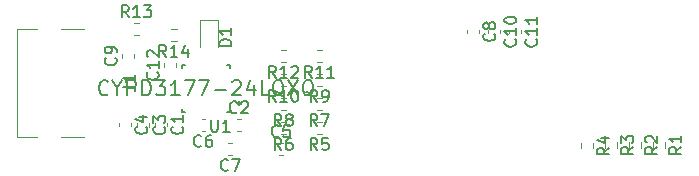
<source format=gto>
%TF.GenerationSoftware,KiCad,Pcbnew,6.0.0*%
%TF.CreationDate,2021-12-30T08:36:24-05:00*%
%TF.ProjectId,usb_pd_sink_fixed,7573625f-7064-45f7-9369-6e6b5f666978,rev?*%
%TF.SameCoordinates,Original*%
%TF.FileFunction,Legend,Top*%
%TF.FilePolarity,Positive*%
%FSLAX46Y46*%
G04 Gerber Fmt 4.6, Leading zero omitted, Abs format (unit mm)*
G04 Created by KiCad (PCBNEW 6.0.0) date 2021-12-30 08:36:24*
%MOMM*%
%LPD*%
G01*
G04 APERTURE LIST*
%ADD10C,0.150000*%
%ADD11C,0.120000*%
%ADD12C,0.250000*%
G04 APERTURE END LIST*
D10*
%TO.C,J1*%
X58507380Y-79073333D02*
X59221666Y-79073333D01*
X59364523Y-79120952D01*
X59459761Y-79216190D01*
X59507380Y-79359047D01*
X59507380Y-79454285D01*
X59507380Y-78073333D02*
X59507380Y-78644761D01*
X59507380Y-78359047D02*
X58507380Y-78359047D01*
X58650238Y-78454285D01*
X58745476Y-78549523D01*
X58793095Y-78644761D01*
%TO.C,R13*%
X58984142Y-73190380D02*
X58650809Y-72714190D01*
X58412714Y-73190380D02*
X58412714Y-72190380D01*
X58793666Y-72190380D01*
X58888904Y-72238000D01*
X58936523Y-72285619D01*
X58984142Y-72380857D01*
X58984142Y-72523714D01*
X58936523Y-72618952D01*
X58888904Y-72666571D01*
X58793666Y-72714190D01*
X58412714Y-72714190D01*
X59936523Y-73190380D02*
X59365095Y-73190380D01*
X59650809Y-73190380D02*
X59650809Y-72190380D01*
X59555571Y-72333238D01*
X59460333Y-72428476D01*
X59365095Y-72476095D01*
X60269857Y-72190380D02*
X60888904Y-72190380D01*
X60555571Y-72571333D01*
X60698428Y-72571333D01*
X60793666Y-72618952D01*
X60841285Y-72666571D01*
X60888904Y-72761809D01*
X60888904Y-72999904D01*
X60841285Y-73095142D01*
X60793666Y-73142761D01*
X60698428Y-73190380D01*
X60412714Y-73190380D01*
X60317476Y-73142761D01*
X60269857Y-73095142D01*
%TO.C,R5*%
X74954333Y-84432380D02*
X74621000Y-83956190D01*
X74382904Y-84432380D02*
X74382904Y-83432380D01*
X74763857Y-83432380D01*
X74859095Y-83480000D01*
X74906714Y-83527619D01*
X74954333Y-83622857D01*
X74954333Y-83765714D01*
X74906714Y-83860952D01*
X74859095Y-83908571D01*
X74763857Y-83956190D01*
X74382904Y-83956190D01*
X75859095Y-83432380D02*
X75382904Y-83432380D01*
X75335285Y-83908571D01*
X75382904Y-83860952D01*
X75478142Y-83813333D01*
X75716238Y-83813333D01*
X75811476Y-83860952D01*
X75859095Y-83908571D01*
X75906714Y-84003809D01*
X75906714Y-84241904D01*
X75859095Y-84337142D01*
X75811476Y-84384761D01*
X75716238Y-84432380D01*
X75478142Y-84432380D01*
X75382904Y-84384761D01*
X75335285Y-84337142D01*
%TO.C,R12*%
X71430142Y-78336380D02*
X71096809Y-77860190D01*
X70858714Y-78336380D02*
X70858714Y-77336380D01*
X71239666Y-77336380D01*
X71334904Y-77384000D01*
X71382523Y-77431619D01*
X71430142Y-77526857D01*
X71430142Y-77669714D01*
X71382523Y-77764952D01*
X71334904Y-77812571D01*
X71239666Y-77860190D01*
X70858714Y-77860190D01*
X72382523Y-78336380D02*
X71811095Y-78336380D01*
X72096809Y-78336380D02*
X72096809Y-77336380D01*
X72001571Y-77479238D01*
X71906333Y-77574476D01*
X71811095Y-77622095D01*
X72763476Y-77431619D02*
X72811095Y-77384000D01*
X72906333Y-77336380D01*
X73144428Y-77336380D01*
X73239666Y-77384000D01*
X73287285Y-77431619D01*
X73334904Y-77526857D01*
X73334904Y-77622095D01*
X73287285Y-77764952D01*
X72715857Y-78336380D01*
X73334904Y-78336380D01*
%TO.C,R1*%
X105768380Y-84177666D02*
X105292190Y-84511000D01*
X105768380Y-84749095D02*
X104768380Y-84749095D01*
X104768380Y-84368142D01*
X104816000Y-84272904D01*
X104863619Y-84225285D01*
X104958857Y-84177666D01*
X105101714Y-84177666D01*
X105196952Y-84225285D01*
X105244571Y-84272904D01*
X105292190Y-84368142D01*
X105292190Y-84749095D01*
X105768380Y-83225285D02*
X105768380Y-83796714D01*
X105768380Y-83511000D02*
X104768380Y-83511000D01*
X104911238Y-83606238D01*
X105006476Y-83701476D01*
X105054095Y-83796714D01*
%TO.C,C6*%
X65124333Y-84083142D02*
X65076714Y-84130761D01*
X64933857Y-84178380D01*
X64838619Y-84178380D01*
X64695761Y-84130761D01*
X64600523Y-84035523D01*
X64552904Y-83940285D01*
X64505285Y-83749809D01*
X64505285Y-83606952D01*
X64552904Y-83416476D01*
X64600523Y-83321238D01*
X64695761Y-83226000D01*
X64838619Y-83178380D01*
X64933857Y-83178380D01*
X65076714Y-83226000D01*
X65124333Y-83273619D01*
X65981476Y-83178380D02*
X65791000Y-83178380D01*
X65695761Y-83226000D01*
X65648142Y-83273619D01*
X65552904Y-83416476D01*
X65505285Y-83606952D01*
X65505285Y-83987904D01*
X65552904Y-84083142D01*
X65600523Y-84130761D01*
X65695761Y-84178380D01*
X65886238Y-84178380D01*
X65981476Y-84130761D01*
X66029095Y-84083142D01*
X66076714Y-83987904D01*
X66076714Y-83749809D01*
X66029095Y-83654571D01*
X65981476Y-83606952D01*
X65886238Y-83559333D01*
X65695761Y-83559333D01*
X65600523Y-83606952D01*
X65552904Y-83654571D01*
X65505285Y-83749809D01*
%TO.C,C10*%
X91703142Y-75064857D02*
X91750761Y-75112476D01*
X91798380Y-75255333D01*
X91798380Y-75350571D01*
X91750761Y-75493428D01*
X91655523Y-75588666D01*
X91560285Y-75636285D01*
X91369809Y-75683904D01*
X91226952Y-75683904D01*
X91036476Y-75636285D01*
X90941238Y-75588666D01*
X90846000Y-75493428D01*
X90798380Y-75350571D01*
X90798380Y-75255333D01*
X90846000Y-75112476D01*
X90893619Y-75064857D01*
X91798380Y-74112476D02*
X91798380Y-74683904D01*
X91798380Y-74398190D02*
X90798380Y-74398190D01*
X90941238Y-74493428D01*
X91036476Y-74588666D01*
X91084095Y-74683904D01*
X90798380Y-73493428D02*
X90798380Y-73398190D01*
X90846000Y-73302952D01*
X90893619Y-73255333D01*
X90988857Y-73207714D01*
X91179333Y-73160095D01*
X91417428Y-73160095D01*
X91607904Y-73207714D01*
X91703142Y-73255333D01*
X91750761Y-73302952D01*
X91798380Y-73398190D01*
X91798380Y-73493428D01*
X91750761Y-73588666D01*
X91703142Y-73636285D01*
X91607904Y-73683904D01*
X91417428Y-73731523D01*
X91179333Y-73731523D01*
X90988857Y-73683904D01*
X90893619Y-73636285D01*
X90846000Y-73588666D01*
X90798380Y-73493428D01*
%TO.C,R10*%
X71430142Y-80368380D02*
X71096809Y-79892190D01*
X70858714Y-80368380D02*
X70858714Y-79368380D01*
X71239666Y-79368380D01*
X71334904Y-79416000D01*
X71382523Y-79463619D01*
X71430142Y-79558857D01*
X71430142Y-79701714D01*
X71382523Y-79796952D01*
X71334904Y-79844571D01*
X71239666Y-79892190D01*
X70858714Y-79892190D01*
X72382523Y-80368380D02*
X71811095Y-80368380D01*
X72096809Y-80368380D02*
X72096809Y-79368380D01*
X72001571Y-79511238D01*
X71906333Y-79606476D01*
X71811095Y-79654095D01*
X73001571Y-79368380D02*
X73096809Y-79368380D01*
X73192047Y-79416000D01*
X73239666Y-79463619D01*
X73287285Y-79558857D01*
X73334904Y-79749333D01*
X73334904Y-79987428D01*
X73287285Y-80177904D01*
X73239666Y-80273142D01*
X73192047Y-80320761D01*
X73096809Y-80368380D01*
X73001571Y-80368380D01*
X72906333Y-80320761D01*
X72858714Y-80273142D01*
X72811095Y-80177904D01*
X72763476Y-79987428D01*
X72763476Y-79749333D01*
X72811095Y-79558857D01*
X72858714Y-79463619D01*
X72906333Y-79416000D01*
X73001571Y-79368380D01*
%TO.C,D1*%
X67668380Y-75642595D02*
X66668380Y-75642595D01*
X66668380Y-75404500D01*
X66716000Y-75261642D01*
X66811238Y-75166404D01*
X66906476Y-75118785D01*
X67096952Y-75071166D01*
X67239809Y-75071166D01*
X67430285Y-75118785D01*
X67525523Y-75166404D01*
X67620761Y-75261642D01*
X67668380Y-75404500D01*
X67668380Y-75642595D01*
X67668380Y-74118785D02*
X67668380Y-74690214D01*
X67668380Y-74404500D02*
X66668380Y-74404500D01*
X66811238Y-74499738D01*
X66906476Y-74594976D01*
X66954095Y-74690214D01*
%TO.C,C8*%
X89925142Y-74588666D02*
X89972761Y-74636285D01*
X90020380Y-74779142D01*
X90020380Y-74874380D01*
X89972761Y-75017238D01*
X89877523Y-75112476D01*
X89782285Y-75160095D01*
X89591809Y-75207714D01*
X89448952Y-75207714D01*
X89258476Y-75160095D01*
X89163238Y-75112476D01*
X89068000Y-75017238D01*
X89020380Y-74874380D01*
X89020380Y-74779142D01*
X89068000Y-74636285D01*
X89115619Y-74588666D01*
X89448952Y-74017238D02*
X89401333Y-74112476D01*
X89353714Y-74160095D01*
X89258476Y-74207714D01*
X89210857Y-74207714D01*
X89115619Y-74160095D01*
X89068000Y-74112476D01*
X89020380Y-74017238D01*
X89020380Y-73826761D01*
X89068000Y-73731523D01*
X89115619Y-73683904D01*
X89210857Y-73636285D01*
X89258476Y-73636285D01*
X89353714Y-73683904D01*
X89401333Y-73731523D01*
X89448952Y-73826761D01*
X89448952Y-74017238D01*
X89496571Y-74112476D01*
X89544190Y-74160095D01*
X89639428Y-74207714D01*
X89829904Y-74207714D01*
X89925142Y-74160095D01*
X89972761Y-74112476D01*
X90020380Y-74017238D01*
X90020380Y-73826761D01*
X89972761Y-73731523D01*
X89925142Y-73683904D01*
X89829904Y-73636285D01*
X89639428Y-73636285D01*
X89544190Y-73683904D01*
X89496571Y-73731523D01*
X89448952Y-73826761D01*
%TO.C,C4*%
X60461142Y-82462666D02*
X60508761Y-82510285D01*
X60556380Y-82653142D01*
X60556380Y-82748380D01*
X60508761Y-82891238D01*
X60413523Y-82986476D01*
X60318285Y-83034095D01*
X60127809Y-83081714D01*
X59984952Y-83081714D01*
X59794476Y-83034095D01*
X59699238Y-82986476D01*
X59604000Y-82891238D01*
X59556380Y-82748380D01*
X59556380Y-82653142D01*
X59604000Y-82510285D01*
X59651619Y-82462666D01*
X59889714Y-81605523D02*
X60556380Y-81605523D01*
X59508761Y-81843619D02*
X60223047Y-82081714D01*
X60223047Y-81462666D01*
%TO.C,R4*%
X99672380Y-84240666D02*
X99196190Y-84574000D01*
X99672380Y-84812095D02*
X98672380Y-84812095D01*
X98672380Y-84431142D01*
X98720000Y-84335904D01*
X98767619Y-84288285D01*
X98862857Y-84240666D01*
X99005714Y-84240666D01*
X99100952Y-84288285D01*
X99148571Y-84335904D01*
X99196190Y-84431142D01*
X99196190Y-84812095D01*
X99005714Y-83383523D02*
X99672380Y-83383523D01*
X98624761Y-83621619D02*
X99339047Y-83859714D01*
X99339047Y-83240666D01*
%TO.C,U1*%
X65953660Y-81881445D02*
X65953660Y-82690969D01*
X66001279Y-82786207D01*
X66048898Y-82833826D01*
X66144136Y-82881445D01*
X66334612Y-82881445D01*
X66429850Y-82833826D01*
X66477469Y-82786207D01*
X66525088Y-82690969D01*
X66525088Y-81881445D01*
X67525088Y-82881445D02*
X66953660Y-82881445D01*
X67239374Y-82881445D02*
X67239374Y-81881445D01*
X67144136Y-82024303D01*
X67048898Y-82119541D01*
X66953660Y-82167160D01*
X57246761Y-79701571D02*
X57186285Y-79762047D01*
X57004857Y-79822523D01*
X56883904Y-79822523D01*
X56702476Y-79762047D01*
X56581523Y-79641095D01*
X56521047Y-79520142D01*
X56460571Y-79278238D01*
X56460571Y-79096809D01*
X56521047Y-78854904D01*
X56581523Y-78733952D01*
X56702476Y-78613000D01*
X56883904Y-78552523D01*
X57004857Y-78552523D01*
X57186285Y-78613000D01*
X57246761Y-78673476D01*
X58032952Y-79217761D02*
X58032952Y-79822523D01*
X57609619Y-78552523D02*
X58032952Y-79217761D01*
X58456285Y-78552523D01*
X58879619Y-79822523D02*
X58879619Y-78552523D01*
X59363428Y-78552523D01*
X59484380Y-78613000D01*
X59544857Y-78673476D01*
X59605333Y-78794428D01*
X59605333Y-78975857D01*
X59544857Y-79096809D01*
X59484380Y-79157285D01*
X59363428Y-79217761D01*
X58879619Y-79217761D01*
X60149619Y-79822523D02*
X60149619Y-78552523D01*
X60452000Y-78552523D01*
X60633428Y-78613000D01*
X60754380Y-78733952D01*
X60814857Y-78854904D01*
X60875333Y-79096809D01*
X60875333Y-79278238D01*
X60814857Y-79520142D01*
X60754380Y-79641095D01*
X60633428Y-79762047D01*
X60452000Y-79822523D01*
X60149619Y-79822523D01*
X61298666Y-78552523D02*
X62084857Y-78552523D01*
X61661523Y-79036333D01*
X61842952Y-79036333D01*
X61963904Y-79096809D01*
X62024380Y-79157285D01*
X62084857Y-79278238D01*
X62084857Y-79580619D01*
X62024380Y-79701571D01*
X61963904Y-79762047D01*
X61842952Y-79822523D01*
X61480095Y-79822523D01*
X61359142Y-79762047D01*
X61298666Y-79701571D01*
X63294380Y-79822523D02*
X62568666Y-79822523D01*
X62931523Y-79822523D02*
X62931523Y-78552523D01*
X62810571Y-78733952D01*
X62689619Y-78854904D01*
X62568666Y-78915380D01*
X63717714Y-78552523D02*
X64564380Y-78552523D01*
X64020095Y-79822523D01*
X64927238Y-78552523D02*
X65773904Y-78552523D01*
X65229619Y-79822523D01*
X66257714Y-79338714D02*
X67225333Y-79338714D01*
X67769619Y-78673476D02*
X67830095Y-78613000D01*
X67951047Y-78552523D01*
X68253428Y-78552523D01*
X68374380Y-78613000D01*
X68434857Y-78673476D01*
X68495333Y-78794428D01*
X68495333Y-78915380D01*
X68434857Y-79096809D01*
X67709142Y-79822523D01*
X68495333Y-79822523D01*
X69583904Y-78975857D02*
X69583904Y-79822523D01*
X69281523Y-78492047D02*
X68979142Y-79399190D01*
X69765333Y-79399190D01*
X70853904Y-79822523D02*
X70249142Y-79822523D01*
X70249142Y-78552523D01*
X72123904Y-79943476D02*
X72002952Y-79883000D01*
X71882000Y-79762047D01*
X71700571Y-79580619D01*
X71579619Y-79520142D01*
X71458666Y-79520142D01*
X71519142Y-79822523D02*
X71398190Y-79762047D01*
X71277238Y-79641095D01*
X71216761Y-79399190D01*
X71216761Y-78975857D01*
X71277238Y-78733952D01*
X71398190Y-78613000D01*
X71519142Y-78552523D01*
X71761047Y-78552523D01*
X71882000Y-78613000D01*
X72002952Y-78733952D01*
X72063428Y-78975857D01*
X72063428Y-79399190D01*
X72002952Y-79641095D01*
X71882000Y-79762047D01*
X71761047Y-79822523D01*
X71519142Y-79822523D01*
X72486761Y-78552523D02*
X73333428Y-79822523D01*
X73333428Y-78552523D02*
X72486761Y-79822523D01*
X74663904Y-79943476D02*
X74542952Y-79883000D01*
X74422000Y-79762047D01*
X74240571Y-79580619D01*
X74119619Y-79520142D01*
X73998666Y-79520142D01*
X74059142Y-79822523D02*
X73938190Y-79762047D01*
X73817238Y-79641095D01*
X73756761Y-79399190D01*
X73756761Y-78975857D01*
X73817238Y-78733952D01*
X73938190Y-78613000D01*
X74059142Y-78552523D01*
X74301047Y-78552523D01*
X74422000Y-78613000D01*
X74542952Y-78733952D01*
X74603428Y-78975857D01*
X74603428Y-79399190D01*
X74542952Y-79641095D01*
X74422000Y-79762047D01*
X74301047Y-79822523D01*
X74059142Y-79822523D01*
%TO.C,C11*%
X93481142Y-75064857D02*
X93528761Y-75112476D01*
X93576380Y-75255333D01*
X93576380Y-75350571D01*
X93528761Y-75493428D01*
X93433523Y-75588666D01*
X93338285Y-75636285D01*
X93147809Y-75683904D01*
X93004952Y-75683904D01*
X92814476Y-75636285D01*
X92719238Y-75588666D01*
X92624000Y-75493428D01*
X92576380Y-75350571D01*
X92576380Y-75255333D01*
X92624000Y-75112476D01*
X92671619Y-75064857D01*
X93576380Y-74112476D02*
X93576380Y-74683904D01*
X93576380Y-74398190D02*
X92576380Y-74398190D01*
X92719238Y-74493428D01*
X92814476Y-74588666D01*
X92862095Y-74683904D01*
X93576380Y-73160095D02*
X93576380Y-73731523D01*
X93576380Y-73445809D02*
X92576380Y-73445809D01*
X92719238Y-73541047D01*
X92814476Y-73636285D01*
X92862095Y-73731523D01*
%TO.C,R11*%
X74478142Y-78336380D02*
X74144809Y-77860190D01*
X73906714Y-78336380D02*
X73906714Y-77336380D01*
X74287666Y-77336380D01*
X74382904Y-77384000D01*
X74430523Y-77431619D01*
X74478142Y-77526857D01*
X74478142Y-77669714D01*
X74430523Y-77764952D01*
X74382904Y-77812571D01*
X74287666Y-77860190D01*
X73906714Y-77860190D01*
X75430523Y-78336380D02*
X74859095Y-78336380D01*
X75144809Y-78336380D02*
X75144809Y-77336380D01*
X75049571Y-77479238D01*
X74954333Y-77574476D01*
X74859095Y-77622095D01*
X76382904Y-78336380D02*
X75811476Y-78336380D01*
X76097190Y-78336380D02*
X76097190Y-77336380D01*
X76001952Y-77479238D01*
X75906714Y-77574476D01*
X75811476Y-77622095D01*
%TO.C,R9*%
X74954333Y-80368380D02*
X74621000Y-79892190D01*
X74382904Y-80368380D02*
X74382904Y-79368380D01*
X74763857Y-79368380D01*
X74859095Y-79416000D01*
X74906714Y-79463619D01*
X74954333Y-79558857D01*
X74954333Y-79701714D01*
X74906714Y-79796952D01*
X74859095Y-79844571D01*
X74763857Y-79892190D01*
X74382904Y-79892190D01*
X75430523Y-80368380D02*
X75621000Y-80368380D01*
X75716238Y-80320761D01*
X75763857Y-80273142D01*
X75859095Y-80130285D01*
X75906714Y-79939809D01*
X75906714Y-79558857D01*
X75859095Y-79463619D01*
X75811476Y-79416000D01*
X75716238Y-79368380D01*
X75525761Y-79368380D01*
X75430523Y-79416000D01*
X75382904Y-79463619D01*
X75335285Y-79558857D01*
X75335285Y-79796952D01*
X75382904Y-79892190D01*
X75430523Y-79939809D01*
X75525761Y-79987428D01*
X75716238Y-79987428D01*
X75811476Y-79939809D01*
X75859095Y-79892190D01*
X75906714Y-79796952D01*
%TO.C,C7*%
X67384333Y-86115142D02*
X67336714Y-86162761D01*
X67193857Y-86210380D01*
X67098619Y-86210380D01*
X66955761Y-86162761D01*
X66860523Y-86067523D01*
X66812904Y-85972285D01*
X66765285Y-85781809D01*
X66765285Y-85638952D01*
X66812904Y-85448476D01*
X66860523Y-85353238D01*
X66955761Y-85258000D01*
X67098619Y-85210380D01*
X67193857Y-85210380D01*
X67336714Y-85258000D01*
X67384333Y-85305619D01*
X67717666Y-85210380D02*
X68384333Y-85210380D01*
X67955761Y-86210380D01*
%TO.C,R14*%
X62158142Y-76558380D02*
X61824809Y-76082190D01*
X61586714Y-76558380D02*
X61586714Y-75558380D01*
X61967666Y-75558380D01*
X62062904Y-75606000D01*
X62110523Y-75653619D01*
X62158142Y-75748857D01*
X62158142Y-75891714D01*
X62110523Y-75986952D01*
X62062904Y-76034571D01*
X61967666Y-76082190D01*
X61586714Y-76082190D01*
X63110523Y-76558380D02*
X62539095Y-76558380D01*
X62824809Y-76558380D02*
X62824809Y-75558380D01*
X62729571Y-75701238D01*
X62634333Y-75796476D01*
X62539095Y-75844095D01*
X63967666Y-75891714D02*
X63967666Y-76558380D01*
X63729571Y-75510761D02*
X63491476Y-76225047D01*
X64110523Y-76225047D01*
%TO.C,R7*%
X74954333Y-82400380D02*
X74621000Y-81924190D01*
X74382904Y-82400380D02*
X74382904Y-81400380D01*
X74763857Y-81400380D01*
X74859095Y-81448000D01*
X74906714Y-81495619D01*
X74954333Y-81590857D01*
X74954333Y-81733714D01*
X74906714Y-81828952D01*
X74859095Y-81876571D01*
X74763857Y-81924190D01*
X74382904Y-81924190D01*
X75287666Y-81400380D02*
X75954333Y-81400380D01*
X75525761Y-82400380D01*
%TO.C,R8*%
X71906333Y-82400380D02*
X71573000Y-81924190D01*
X71334904Y-82400380D02*
X71334904Y-81400380D01*
X71715857Y-81400380D01*
X71811095Y-81448000D01*
X71858714Y-81495619D01*
X71906333Y-81590857D01*
X71906333Y-81733714D01*
X71858714Y-81828952D01*
X71811095Y-81876571D01*
X71715857Y-81924190D01*
X71334904Y-81924190D01*
X72477761Y-81828952D02*
X72382523Y-81781333D01*
X72334904Y-81733714D01*
X72287285Y-81638476D01*
X72287285Y-81590857D01*
X72334904Y-81495619D01*
X72382523Y-81448000D01*
X72477761Y-81400380D01*
X72668238Y-81400380D01*
X72763476Y-81448000D01*
X72811095Y-81495619D01*
X72858714Y-81590857D01*
X72858714Y-81638476D01*
X72811095Y-81733714D01*
X72763476Y-81781333D01*
X72668238Y-81828952D01*
X72477761Y-81828952D01*
X72382523Y-81876571D01*
X72334904Y-81924190D01*
X72287285Y-82019428D01*
X72287285Y-82209904D01*
X72334904Y-82305142D01*
X72382523Y-82352761D01*
X72477761Y-82400380D01*
X72668238Y-82400380D01*
X72763476Y-82352761D01*
X72811095Y-82305142D01*
X72858714Y-82209904D01*
X72858714Y-82019428D01*
X72811095Y-81924190D01*
X72763476Y-81876571D01*
X72668238Y-81828952D01*
%TO.C,C2*%
X68146333Y-81223142D02*
X68098714Y-81270761D01*
X67955857Y-81318380D01*
X67860619Y-81318380D01*
X67717761Y-81270761D01*
X67622523Y-81175523D01*
X67574904Y-81080285D01*
X67527285Y-80889809D01*
X67527285Y-80746952D01*
X67574904Y-80556476D01*
X67622523Y-80461238D01*
X67717761Y-80366000D01*
X67860619Y-80318380D01*
X67955857Y-80318380D01*
X68098714Y-80366000D01*
X68146333Y-80413619D01*
X68527285Y-80413619D02*
X68574904Y-80366000D01*
X68670142Y-80318380D01*
X68908238Y-80318380D01*
X69003476Y-80366000D01*
X69051095Y-80413619D01*
X69098714Y-80508857D01*
X69098714Y-80604095D01*
X69051095Y-80746952D01*
X68479666Y-81318380D01*
X69098714Y-81318380D01*
%TO.C,R2*%
X103736380Y-84177666D02*
X103260190Y-84511000D01*
X103736380Y-84749095D02*
X102736380Y-84749095D01*
X102736380Y-84368142D01*
X102784000Y-84272904D01*
X102831619Y-84225285D01*
X102926857Y-84177666D01*
X103069714Y-84177666D01*
X103164952Y-84225285D01*
X103212571Y-84272904D01*
X103260190Y-84368142D01*
X103260190Y-84749095D01*
X102831619Y-83796714D02*
X102784000Y-83749095D01*
X102736380Y-83653857D01*
X102736380Y-83415761D01*
X102784000Y-83320523D01*
X102831619Y-83272904D01*
X102926857Y-83225285D01*
X103022095Y-83225285D01*
X103164952Y-83272904D01*
X103736380Y-83844333D01*
X103736380Y-83225285D01*
%TO.C,C3*%
X61985142Y-82475666D02*
X62032761Y-82523285D01*
X62080380Y-82666142D01*
X62080380Y-82761380D01*
X62032761Y-82904238D01*
X61937523Y-82999476D01*
X61842285Y-83047095D01*
X61651809Y-83094714D01*
X61508952Y-83094714D01*
X61318476Y-83047095D01*
X61223238Y-82999476D01*
X61128000Y-82904238D01*
X61080380Y-82761380D01*
X61080380Y-82666142D01*
X61128000Y-82523285D01*
X61175619Y-82475666D01*
X61080380Y-82142333D02*
X61080380Y-81523285D01*
X61461333Y-81856619D01*
X61461333Y-81713761D01*
X61508952Y-81618523D01*
X61556571Y-81570904D01*
X61651809Y-81523285D01*
X61889904Y-81523285D01*
X61985142Y-81570904D01*
X62032761Y-81618523D01*
X62080380Y-81713761D01*
X62080380Y-81999476D01*
X62032761Y-82094714D01*
X61985142Y-82142333D01*
%TO.C,C12*%
X61411142Y-77871857D02*
X61458761Y-77919476D01*
X61506380Y-78062333D01*
X61506380Y-78157571D01*
X61458761Y-78300428D01*
X61363523Y-78395666D01*
X61268285Y-78443285D01*
X61077809Y-78490904D01*
X60934952Y-78490904D01*
X60744476Y-78443285D01*
X60649238Y-78395666D01*
X60554000Y-78300428D01*
X60506380Y-78157571D01*
X60506380Y-78062333D01*
X60554000Y-77919476D01*
X60601619Y-77871857D01*
X61506380Y-76919476D02*
X61506380Y-77490904D01*
X61506380Y-77205190D02*
X60506380Y-77205190D01*
X60649238Y-77300428D01*
X60744476Y-77395666D01*
X60792095Y-77490904D01*
X60601619Y-76538523D02*
X60554000Y-76490904D01*
X60506380Y-76395666D01*
X60506380Y-76157571D01*
X60554000Y-76062333D01*
X60601619Y-76014714D01*
X60696857Y-75967095D01*
X60792095Y-75967095D01*
X60934952Y-76014714D01*
X61506380Y-76586142D01*
X61506380Y-75967095D01*
%TO.C,C1*%
X63509142Y-82462666D02*
X63556761Y-82510285D01*
X63604380Y-82653142D01*
X63604380Y-82748380D01*
X63556761Y-82891238D01*
X63461523Y-82986476D01*
X63366285Y-83034095D01*
X63175809Y-83081714D01*
X63032952Y-83081714D01*
X62842476Y-83034095D01*
X62747238Y-82986476D01*
X62652000Y-82891238D01*
X62604380Y-82748380D01*
X62604380Y-82653142D01*
X62652000Y-82510285D01*
X62699619Y-82462666D01*
X63604380Y-81510285D02*
X63604380Y-82081714D01*
X63604380Y-81796000D02*
X62604380Y-81796000D01*
X62747238Y-81891238D01*
X62842476Y-81986476D01*
X62890095Y-82081714D01*
%TO.C,C5*%
X71702333Y-83255142D02*
X71654714Y-83302761D01*
X71511857Y-83350380D01*
X71416619Y-83350380D01*
X71273761Y-83302761D01*
X71178523Y-83207523D01*
X71130904Y-83112285D01*
X71083285Y-82921809D01*
X71083285Y-82778952D01*
X71130904Y-82588476D01*
X71178523Y-82493238D01*
X71273761Y-82398000D01*
X71416619Y-82350380D01*
X71511857Y-82350380D01*
X71654714Y-82398000D01*
X71702333Y-82445619D01*
X72607095Y-82350380D02*
X72130904Y-82350380D01*
X72083285Y-82826571D01*
X72130904Y-82778952D01*
X72226142Y-82731333D01*
X72464238Y-82731333D01*
X72559476Y-82778952D01*
X72607095Y-82826571D01*
X72654714Y-82921809D01*
X72654714Y-83159904D01*
X72607095Y-83255142D01*
X72559476Y-83302761D01*
X72464238Y-83350380D01*
X72226142Y-83350380D01*
X72130904Y-83302761D01*
X72083285Y-83255142D01*
%TO.C,C9*%
X57855142Y-76633666D02*
X57902761Y-76681285D01*
X57950380Y-76824142D01*
X57950380Y-76919380D01*
X57902761Y-77062238D01*
X57807523Y-77157476D01*
X57712285Y-77205095D01*
X57521809Y-77252714D01*
X57378952Y-77252714D01*
X57188476Y-77205095D01*
X57093238Y-77157476D01*
X56998000Y-77062238D01*
X56950380Y-76919380D01*
X56950380Y-76824142D01*
X56998000Y-76681285D01*
X57045619Y-76633666D01*
X57950380Y-76157476D02*
X57950380Y-75967000D01*
X57902761Y-75871761D01*
X57855142Y-75824142D01*
X57712285Y-75728904D01*
X57521809Y-75681285D01*
X57140857Y-75681285D01*
X57045619Y-75728904D01*
X56998000Y-75776523D01*
X56950380Y-75871761D01*
X56950380Y-76062238D01*
X56998000Y-76157476D01*
X57045619Y-76205095D01*
X57140857Y-76252714D01*
X57378952Y-76252714D01*
X57474190Y-76205095D01*
X57521809Y-76157476D01*
X57569428Y-76062238D01*
X57569428Y-75871761D01*
X57521809Y-75776523D01*
X57474190Y-75728904D01*
X57378952Y-75681285D01*
%TO.C,R3*%
X101704380Y-84177666D02*
X101228190Y-84511000D01*
X101704380Y-84749095D02*
X100704380Y-84749095D01*
X100704380Y-84368142D01*
X100752000Y-84272904D01*
X100799619Y-84225285D01*
X100894857Y-84177666D01*
X101037714Y-84177666D01*
X101132952Y-84225285D01*
X101180571Y-84272904D01*
X101228190Y-84368142D01*
X101228190Y-84749095D01*
X100704380Y-83844333D02*
X100704380Y-83225285D01*
X101085333Y-83558619D01*
X101085333Y-83415761D01*
X101132952Y-83320523D01*
X101180571Y-83272904D01*
X101275809Y-83225285D01*
X101513904Y-83225285D01*
X101609142Y-83272904D01*
X101656761Y-83320523D01*
X101704380Y-83415761D01*
X101704380Y-83701476D01*
X101656761Y-83796714D01*
X101609142Y-83844333D01*
%TO.C,R6*%
X71906333Y-84432380D02*
X71573000Y-83956190D01*
X71334904Y-84432380D02*
X71334904Y-83432380D01*
X71715857Y-83432380D01*
X71811095Y-83480000D01*
X71858714Y-83527619D01*
X71906333Y-83622857D01*
X71906333Y-83765714D01*
X71858714Y-83860952D01*
X71811095Y-83908571D01*
X71715857Y-83956190D01*
X71334904Y-83956190D01*
X72763476Y-83432380D02*
X72573000Y-83432380D01*
X72477761Y-83480000D01*
X72430142Y-83527619D01*
X72334904Y-83670476D01*
X72287285Y-83860952D01*
X72287285Y-84241904D01*
X72334904Y-84337142D01*
X72382523Y-84384761D01*
X72477761Y-84432380D01*
X72668238Y-84432380D01*
X72763476Y-84384761D01*
X72811095Y-84337142D01*
X72858714Y-84241904D01*
X72858714Y-84003809D01*
X72811095Y-83908571D01*
X72763476Y-83860952D01*
X72668238Y-83813333D01*
X72477761Y-83813333D01*
X72382523Y-83860952D01*
X72334904Y-83908571D01*
X72287285Y-84003809D01*
D11*
%TO.C,J1*%
X49555000Y-83320000D02*
X49555000Y-74160000D01*
X51260000Y-83320000D02*
X49555000Y-83320000D01*
X49555000Y-74160000D02*
X51260000Y-74160000D01*
X53270000Y-83320000D02*
X55190000Y-83320000D01*
X55190000Y-74160000D02*
X53270000Y-74160000D01*
%TO.C,R13*%
X59389742Y-74690500D02*
X59864258Y-74690500D01*
X59389742Y-73645500D02*
X59864258Y-73645500D01*
%TO.C,R5*%
X75358258Y-82027500D02*
X74883742Y-82027500D01*
X75358258Y-83072500D02*
X74883742Y-83072500D01*
%TO.C,R12*%
X72310258Y-76976500D02*
X71835742Y-76976500D01*
X72310258Y-75931500D02*
X71835742Y-75931500D01*
%TO.C,R1*%
X104408500Y-83773742D02*
X104408500Y-84248258D01*
X103363500Y-83773742D02*
X103363500Y-84248258D01*
%TO.C,C6*%
X65431580Y-81786000D02*
X65150420Y-81786000D01*
X65431580Y-82806000D02*
X65150420Y-82806000D01*
%TO.C,C10*%
X89406000Y-74281420D02*
X89406000Y-74562580D01*
X90426000Y-74281420D02*
X90426000Y-74562580D01*
%TO.C,R10*%
X72310258Y-77963500D02*
X71835742Y-77963500D01*
X72310258Y-79008500D02*
X71835742Y-79008500D01*
%TO.C,D1*%
X66521000Y-73419500D02*
X65051000Y-73419500D01*
X65051000Y-73419500D02*
X65051000Y-75704500D01*
X66521000Y-75704500D02*
X66521000Y-73419500D01*
%TO.C,C8*%
X88648000Y-74281420D02*
X88648000Y-74562580D01*
X87628000Y-74281420D02*
X87628000Y-74562580D01*
%TO.C,C4*%
X59184000Y-82155420D02*
X59184000Y-82436580D01*
X58164000Y-82155420D02*
X58164000Y-82436580D01*
%TO.C,R4*%
X98312500Y-83836742D02*
X98312500Y-84311258D01*
X97267500Y-83836742D02*
X97267500Y-84311258D01*
D10*
%TO.C,U1*%
X67532000Y-77248000D02*
X67276641Y-77248000D01*
X63532000Y-80992641D02*
X63532000Y-81248000D01*
X67532000Y-77248000D02*
X67532000Y-77503358D01*
X67532000Y-81248000D02*
X67276641Y-81248000D01*
X63787358Y-77248000D02*
X63532000Y-77248000D01*
X67532000Y-80992641D02*
X67532000Y-81248000D01*
X63532000Y-77248000D02*
X63532000Y-77503358D01*
X63787358Y-81248000D02*
X63532000Y-81248000D01*
D12*
X68463065Y-80498000D02*
G75*
G03*
X68463065Y-80498000I-125000J0D01*
G01*
D11*
%TO.C,C11*%
X92204000Y-74281420D02*
X92204000Y-74562580D01*
X91184000Y-74281420D02*
X91184000Y-74562580D01*
%TO.C,R11*%
X75358258Y-75931500D02*
X74883742Y-75931500D01*
X75358258Y-76976500D02*
X74883742Y-76976500D01*
%TO.C,R9*%
X75358258Y-79008500D02*
X74883742Y-79008500D01*
X75358258Y-77963500D02*
X74883742Y-77963500D01*
%TO.C,C7*%
X67691580Y-83818000D02*
X67410420Y-83818000D01*
X67691580Y-84838000D02*
X67410420Y-84838000D01*
%TO.C,R14*%
X63038258Y-74153500D02*
X62563742Y-74153500D01*
X63038258Y-75198500D02*
X62563742Y-75198500D01*
%TO.C,R7*%
X75358258Y-79995500D02*
X74883742Y-79995500D01*
X75358258Y-81040500D02*
X74883742Y-81040500D01*
%TO.C,R8*%
X72310258Y-79995500D02*
X71835742Y-79995500D01*
X72310258Y-81040500D02*
X71835742Y-81040500D01*
%TO.C,C2*%
X68172420Y-82806000D02*
X68453580Y-82806000D01*
X68172420Y-81786000D02*
X68453580Y-81786000D01*
%TO.C,R2*%
X101331500Y-83773742D02*
X101331500Y-84248258D01*
X102376500Y-83773742D02*
X102376500Y-84248258D01*
%TO.C,C3*%
X60708000Y-82168420D02*
X60708000Y-82449580D01*
X59688000Y-82168420D02*
X59688000Y-82449580D01*
%TO.C,C12*%
X62994000Y-77369580D02*
X62994000Y-77088420D01*
X61974000Y-77369580D02*
X61974000Y-77088420D01*
%TO.C,C1*%
X61212000Y-82155420D02*
X61212000Y-82436580D01*
X62232000Y-82155420D02*
X62232000Y-82436580D01*
%TO.C,C5*%
X71728420Y-84838000D02*
X72009580Y-84838000D01*
X71728420Y-83818000D02*
X72009580Y-83818000D01*
%TO.C,C9*%
X59438000Y-76607580D02*
X59438000Y-76326420D01*
X58418000Y-76607580D02*
X58418000Y-76326420D01*
%TO.C,R3*%
X99299500Y-83773742D02*
X99299500Y-84248258D01*
X100344500Y-83773742D02*
X100344500Y-84248258D01*
%TO.C,R6*%
X72310258Y-82027500D02*
X71835742Y-82027500D01*
X72310258Y-83072500D02*
X71835742Y-83072500D01*
%TD*%
M02*

</source>
